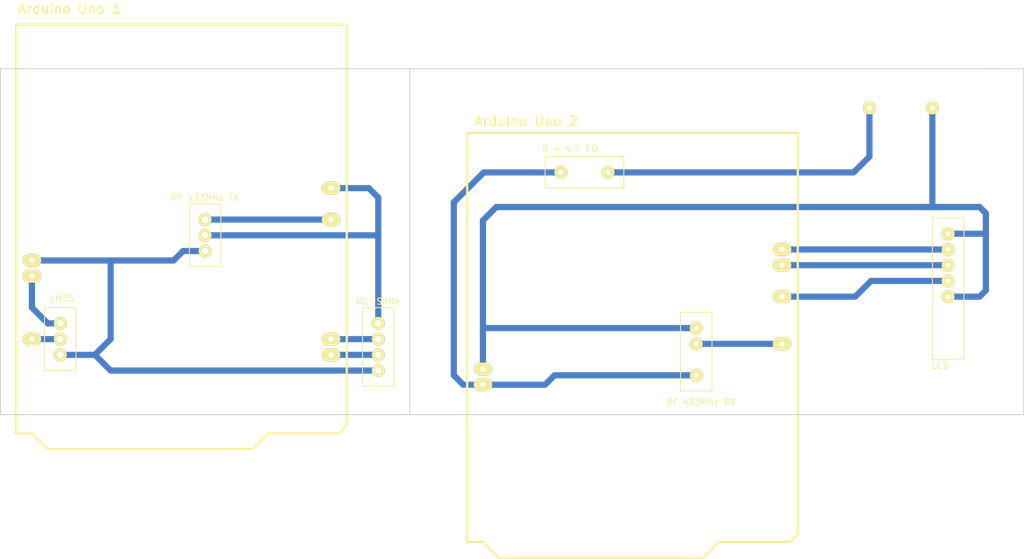
<source format=kicad_pcb>
(kicad_pcb (version 20171130) (host pcbnew "(5.1.2)-1")

  (general
    (thickness 1.6)
    (drawings 6)
    (tracks 57)
    (zones 0)
    (modules 8)
    (nets 1)
  )

  (page A4)
  (layers
    (0 F.Cu signal)
    (31 B.Cu signal)
    (32 B.Adhes user)
    (33 F.Adhes user)
    (34 B.Paste user)
    (35 F.Paste user)
    (36 B.SilkS user)
    (37 F.SilkS user)
    (38 B.Mask user)
    (39 F.Mask user)
    (40 Dwgs.User user)
    (41 Cmts.User user)
    (42 Eco1.User user)
    (43 Eco2.User user)
    (44 Edge.Cuts user)
    (45 Margin user)
    (46 B.CrtYd user)
    (47 F.CrtYd user)
    (48 B.Fab user)
    (49 F.Fab user)
  )

  (setup
    (last_trace_width 1)
    (trace_clearance 0.2)
    (zone_clearance 0.508)
    (zone_45_only no)
    (trace_min 0.2)
    (via_size 0.6)
    (via_drill 0.4)
    (via_min_size 0.4)
    (via_min_drill 0.3)
    (uvia_size 0.3)
    (uvia_drill 0.1)
    (uvias_allowed no)
    (uvia_min_size 0.2)
    (uvia_min_drill 0.1)
    (edge_width 0.15)
    (segment_width 0.2)
    (pcb_text_width 0.3)
    (pcb_text_size 1.5 1.5)
    (mod_edge_width 0.15)
    (mod_text_size 1 1)
    (mod_text_width 0.15)
    (pad_size 2.1 2.1)
    (pad_drill 0.762)
    (pad_to_mask_clearance 0.2)
    (aux_axis_origin 0 0)
    (grid_origin 76.2 124.46)
    (visible_elements 7FFFFFFF)
    (pcbplotparams
      (layerselection 0x00030_80000001)
      (usegerberextensions false)
      (usegerberattributes false)
      (usegerberadvancedattributes false)
      (creategerberjobfile false)
      (excludeedgelayer false)
      (linewidth 0.100000)
      (plotframeref false)
      (viasonmask false)
      (mode 1)
      (useauxorigin false)
      (hpglpennumber 1)
      (hpglpenspeed 20)
      (hpglpendiameter 15.000000)
      (psnegative false)
      (psa4output false)
      (plotreference true)
      (plotvalue true)
      (plotinvisibletext false)
      (padsonsilk false)
      (subtractmaskfromsilk false)
      (outputformat 2)
      (mirror false)
      (drillshape 2)
      (scaleselection 1)
      (outputdirectory ""))
  )

  (net 0 "")

  (net_class Default "Ceci est la Netclass par défaut"
    (clearance 0.2)
    (trace_width 1)
    (via_dia 0.6)
    (via_drill 0.4)
    (uvia_dia 0.3)
    (uvia_drill 0.1)
  )

  (module LCD (layer F.Cu) (tedit 56FD1F3D) (tstamp 56FB3640)
    (at 203.708 105.41 90)
    (fp_text reference LCD (at -1.016 -3.81 180) (layer F.SilkS)
      (effects (font (size 1 1) (thickness 0.15)))
    )
    (fp_text value LCD (at -2.286 -3.81 180) (layer F.Fab)
      (effects (font (size 1 1) (thickness 0.15)))
    )
    (fp_line (start 22.86 -5.08) (end 0 -5.08) (layer F.SilkS) (width 0.15))
    (fp_line (start 0 -5.08) (end 0 0) (layer F.SilkS) (width 0.15))
    (fp_line (start 0 0) (end 22.86 0) (layer F.SilkS) (width 0.15))
    (fp_line (start 22.86 0) (end 22.86 -5.08) (layer F.SilkS) (width 0.15))
    (pad VDD thru_hole circle (at 10.16 -2.54 90) (size 2.1 2.1) (drill 0.762) (layers *.Cu *.Mask F.SilkS))
    (pad VSS thru_hole circle (at 12.7 -2.54 90) (size 2.1 2.1) (drill 0.762) (layers *.Cu *.Mask F.SilkS))
    (pad SDA thru_hole circle (at 15.24 -2.54 90) (size 2.1 2.1) (drill 0.762) (layers *.Cu *.Mask F.SilkS))
    (pad SCL thru_hole circle (at 17.78 -2.54 90) (size 2.1 2.1) (drill 0.762) (layers *.Cu *.Mask F.SilkS))
    (pad RST thru_hole circle (at 20.32 -2.54 90) (size 2.1 2.1) (drill 0.762) (layers *.Cu *.Mask F.SilkS))
    (pad A thru_hole circle (at 40.64 -5.08 90) (size 2.1 2.1) (drill 0.762) (layers *.Cu *.Mask F.SilkS))
    (pad K thru_hole circle (at 40.64 -15.24 90) (size 2.1 2.1) (drill 0.762) (layers *.Cu *.Mask F.SilkS))
  )

  (module "ARDUINO SHIELD" (layer F.Cu) (tedit 56FD1A3F) (tstamp 56FB3464)
    (at 123.571 68.834 270)
    (fp_text reference "Arduino Uno 2" (at -1.905 -9.525) (layer F.SilkS)
      (effects (font (size 1.524 1.524) (thickness 0.3048)))
    )
    (fp_text value "Arduino Uno 2" (at -4.318 -9.525) (layer F.SilkS) hide
      (effects (font (size 1.524 1.524) (thickness 0.3048)))
    )
    (fp_line (start 66.04 -40.64) (end 66.04 -52.07) (layer F.SilkS) (width 0.381))
    (fp_line (start 66.04 -52.07) (end 64.77 -53.34) (layer F.SilkS) (width 0.381))
    (fp_line (start 64.77 -53.34) (end 0 -53.34) (layer F.SilkS) (width 0.381))
    (fp_line (start 66.04 0) (end 0 0) (layer F.SilkS) (width 0.381))
    (fp_line (start 0 0) (end 0 -53.34) (layer F.SilkS) (width 0.381))
    (fp_line (start 66.04 -40.64) (end 68.58 -38.1) (layer F.SilkS) (width 0.381))
    (fp_line (start 68.58 -38.1) (end 68.58 -5.08) (layer F.SilkS) (width 0.381))
    (fp_line (start 68.58 -5.08) (end 66.04 -2.54) (layer F.SilkS) (width 0.381))
    (fp_line (start 66.04 -2.54) (end 66.04 0) (layer F.SilkS) (width 0.381))
    (pad GND1 thru_hole oval (at 40.64 -2.54) (size 3 2.1) (drill 0.8128) (layers *.Cu *.Mask F.SilkS))
    (pad 11 thru_hole oval (at 34.036 -50.8) (size 3 2.1) (drill 0.8128) (layers *.Cu *.Mask F.SilkS))
    (pad SDA thru_hole oval (at 21.336 -50.8) (size 3 2.1) (drill 0.8128) (layers *.Cu *.Mask F.SilkS))
    (pad SCL thru_hole oval (at 18.796 -50.8) (size 3 2.1) (drill 0.8128) (layers *.Cu *.Mask F.SilkS))
    (pad GND3 thru_hole oval (at 26.416 -50.8) (size 3 2.1) (drill 0.8128) (layers *.Cu *.Mask F.SilkS))
    (pad 5V thru_hole oval (at 38.1 -2.54) (size 3 2.1) (drill 0.8128) (layers *.Cu *.Mask F.SilkS))
  )

  (module "4 Pins" (layer F.Cu) (tedit 56FC0614) (tstamp 56FB2F04)
    (at 62.992 114.808 90)
    (fp_text reference LM35 (at 19.304 -4.826 180) (layer F.SilkS)
      (effects (font (size 1 1) (thickness 0.15)))
    )
    (fp_text value LM35 (at 20.828 -4.826 180) (layer F.Fab)
      (effects (font (size 1 1) (thickness 0.15)))
    )
    (fp_line (start 7.62 -2.54) (end 17.78 -2.54) (layer F.SilkS) (width 0.15))
    (fp_line (start 17.78 -7.62) (end 7.62 -7.62) (layer F.SilkS) (width 0.15))
    (fp_line (start 7.62 -7.62) (end 7.62 -2.54) (layer F.SilkS) (width 0.15))
    (fp_line (start 17.78 -2.54) (end 17.78 -7.62) (layer F.SilkS) (width 0.15))
    (pad Vcc thru_hole circle (at 10.16 -5.08 90) (size 2.1 2.1) (drill 1.016) (layers *.Cu *.Mask F.SilkS))
    (pad Vout thru_hole circle (at 12.7 -5.08 90) (size 2.1 2.1) (drill 1.016) (layers *.Cu *.Mask F.SilkS))
    (pad GND thru_hole circle (at 15.24 -5.08 90) (size 2.1 2.1) (drill 1.016) (layers *.Cu *.Mask F.SilkS))
  )

  (module "4 Pins" (layer F.Cu) (tedit 56FC07DA) (tstamp 56FB2EB8)
    (at 86.36 98.044 90)
    (fp_text reference "RF 433MHz TX" (at 18.796 -5.08 180) (layer F.SilkS)
      (effects (font (size 1 1) (thickness 0.15)))
    )
    (fp_text value "RF 433MHz TX" (at 20.32 -5.08 180) (layer F.Fab)
      (effects (font (size 1 1) (thickness 0.15)))
    )
    (fp_line (start 7.62 -2.54) (end 17.78 -2.54) (layer F.SilkS) (width 0.15))
    (fp_line (start 17.78 -7.62) (end 7.62 -7.62) (layer F.SilkS) (width 0.15))
    (fp_line (start 7.62 -7.62) (end 7.62 -2.54) (layer F.SilkS) (width 0.15))
    (fp_line (start 17.78 -2.54) (end 17.78 -7.62) (layer F.SilkS) (width 0.15))
    (pad Vcc thru_hole circle (at 10.16 -5.08 90) (size 2.1 2.1) (drill 1.016) (layers *.Cu *.Mask F.SilkS))
    (pad GND thru_hole circle (at 12.7 -5.08 90) (size 2.1 2.1) (drill 1.016) (layers *.Cu *.Mask F.SilkS))
    (pad DATA thru_hole circle (at 15.24 -5.08 90) (size 2.1 2.1) (drill 1.016) (layers *.Cu *.Mask F.SilkS))
  )

  (module "4 Pins" (layer F.Cu) (tedit 56FB2B54) (tstamp 56FB2DDD)
    (at 114.3 117.348 90)
    (fp_text reference HC-SR04 (at 21.336 -5.08 180) (layer F.SilkS)
      (effects (font (size 1 1) (thickness 0.15)))
    )
    (fp_text value HC-SR04 (at 22.86 -5.08 180) (layer F.Fab)
      (effects (font (size 1 1) (thickness 0.15)))
    )
    (fp_line (start 20.32 -7.62) (end 7.62 -7.62) (layer F.SilkS) (width 0.15))
    (fp_line (start 7.62 -7.62) (end 7.62 -2.54) (layer F.SilkS) (width 0.15))
    (fp_line (start 7.62 -2.54) (end 20.32 -2.54) (layer F.SilkS) (width 0.15))
    (fp_line (start 20.32 -2.54) (end 20.32 -7.62) (layer F.SilkS) (width 0.15))
    (pad Vcc thru_hole circle (at 10.16 -5.08 90) (size 2.1 2.1) (drill 1.016) (layers *.Cu *.Mask F.SilkS))
    (pad Trig thru_hole circle (at 12.7 -5.08 90) (size 2.1 2.1) (drill 1.016) (layers *.Cu *.Mask F.SilkS))
    (pad Echo thru_hole circle (at 15.24 -5.08 90) (size 2.1 2.1) (drill 1.016) (layers *.Cu *.Mask F.SilkS))
    (pad GND thru_hole circle (at 17.78 -5.08 90) (size 2.1 2.1) (drill 1.016) (layers *.Cu *.Mask F.SilkS))
  )

  (module "ARDUINO SHIELD" (layer F.Cu) (tedit 56FC0655) (tstamp 56FB2AF9)
    (at 50.8 51.308 270)
    (fp_text reference "Arduino Uno 1" (at -2.54 -8.636) (layer F.SilkS)
      (effects (font (size 1.524 1.524) (thickness 0.3048)))
    )
    (fp_text value "Arduino Uno 1" (at -5.334 -8.636) (layer F.SilkS) hide
      (effects (font (size 1.524 1.524) (thickness 0.3048)))
    )
    (fp_line (start 66.04 -40.64) (end 66.04 -52.07) (layer F.SilkS) (width 0.381))
    (fp_line (start 66.04 -52.07) (end 64.77 -53.34) (layer F.SilkS) (width 0.381))
    (fp_line (start 64.77 -53.34) (end 0 -53.34) (layer F.SilkS) (width 0.381))
    (fp_line (start 66.04 0) (end 0 0) (layer F.SilkS) (width 0.381))
    (fp_line (start 0 0) (end 0 -53.34) (layer F.SilkS) (width 0.381))
    (fp_line (start 66.04 -40.64) (end 68.58 -38.1) (layer F.SilkS) (width 0.381))
    (fp_line (start 68.58 -38.1) (end 68.58 -5.08) (layer F.SilkS) (width 0.381))
    (fp_line (start 68.58 -5.08) (end 66.04 -2.54) (layer F.SilkS) (width 0.381))
    (fp_line (start 66.04 -2.54) (end 66.04 0) (layer F.SilkS) (width 0.381))
    (pad AD0 thru_hole oval (at 50.8 -2.54) (size 3 2.1) (drill 0.8128) (layers *.Cu *.Mask F.SilkS))
    (pad GND1 thru_hole oval (at 40.64 -2.54) (size 3 2.1) (drill 0.8128) (layers *.Cu *.Mask F.SilkS))
    (pad 4 thru_hole oval (at 53.34 -50.8) (size 3 2.1) (drill 0.8128) (layers *.Cu *.Mask F.SilkS))
    (pad 5 thru_hole oval (at 50.8 -50.8) (size 3 2.1) (drill 0.8128) (layers *.Cu *.Mask F.SilkS))
    (pad 12 thru_hole oval (at 31.496 -50.8) (size 3 2.1) (drill 0.8128) (layers *.Cu *.Mask F.SilkS))
    (pad GND3 thru_hole oval (at 26.416 -50.8) (size 3 2.1) (drill 0.8128) (layers *.Cu *.Mask F.SilkS))
    (pad 5V thru_hole oval (at 38.1 -2.54) (size 3 2.1) (drill 0.8128) (layers *.Cu *.Mask F.SilkS))
  )

  (module "RF 433MHz Receiver" (layer F.Cu) (tedit 56FC0ACE) (tstamp 56FC0C97)
    (at 157.988 97.79 270)
    (fp_text reference "RF 433MHz RX" (at 14.478 -3.302) (layer F.SilkS)
      (effects (font (size 1 1) (thickness 0.15)))
    )
    (fp_text value "RF 433MHz RX" (at 16.256 -3.302) (layer F.Fab)
      (effects (font (size 1 1) (thickness 0.15)))
    )
    (fp_line (start 12.7 -5.08) (end 0 -5.08) (layer F.SilkS) (width 0.15))
    (fp_line (start 0 -5.08) (end 0 0) (layer F.SilkS) (width 0.15))
    (fp_line (start 0 0) (end 12.7 0) (layer F.SilkS) (width 0.15))
    (fp_line (start 12.7 0) (end 12.7 -5.08) (layer F.SilkS) (width 0.15))
    (pad Vcc thru_hole circle (at 2.54 -2.54 270) (size 2.1 2.1) (drill 0.762) (layers *.Cu *.Mask F.SilkS))
    (pad RXD thru_hole circle (at 5.08 -2.54 270) (size 2.1 2.1) (drill 0.762) (layers *.Cu *.Mask F.SilkS))
    (pad GND thru_hole circle (at 10.16 -2.54 270) (size 2.1 2.1) (drill 0.762) (layers *.Cu *.Mask F.SilkS))
  )

  (module "Resistance 4.7 KΩ" (layer F.Cu) (tedit 56FC0A34) (tstamp 56FC09E0)
    (at 136.144 77.724)
    (fp_text reference "R = 4.7 KΩ" (at 4.064 -6.35) (layer F.SilkS)
      (effects (font (size 1 1) (thickness 0.15)))
    )
    (fp_text value "R = 4.7 KΩ" (at 4.064 -8.382) (layer F.Fab)
      (effects (font (size 1 1) (thickness 0.15)))
    )
    (fp_line (start 12.7 -5.08) (end 12.7 0) (layer F.SilkS) (width 0.15))
    (fp_line (start 12.7 0) (end 0 0) (layer F.SilkS) (width 0.15))
    (fp_line (start 0 0) (end 0 -5.08) (layer F.SilkS) (width 0.15))
    (fp_line (start 0 -5.08) (end 12.7 -5.08) (layer F.SilkS) (width 0.15))
    (pad 2 thru_hole circle (at 10.16 -2.54) (size 2.1 2.1) (drill 0.762) (layers *.Cu *.Mask F.SilkS))
    (pad 1 thru_hole circle (at 2.54 -2.54) (size 2.1 2.1) (drill 0.762) (layers *.Cu *.Mask F.SilkS))
  )

  (gr_line (start 114.3 58.42) (end 114.3 114.3) (angle 90) (layer Edge.Cuts) (width 0.15))
  (gr_line (start 213.36 58.42) (end 208.28 58.42) (angle 90) (layer Edge.Cuts) (width 0.15))
  (gr_line (start 213.36 114.3) (end 213.36 58.42) (angle 90) (layer Edge.Cuts) (width 0.15))
  (gr_line (start 48.26 114.3) (end 213.36 114.3) (angle 90) (layer Edge.Cuts) (width 0.15))
  (gr_line (start 48.26 58.42) (end 48.26 114.3) (angle 90) (layer Edge.Cuts) (width 0.15))
  (gr_line (start 208.28 58.42) (end 48.26 58.42) (angle 90) (layer Edge.Cuts) (width 0.15))

  (segment (start 198.628 64.77) (end 198.628 80.772) (width 1) (layer B.Cu) (net 0))
  (segment (start 188.468 64.77) (end 188.468 72.644) (width 1) (layer B.Cu) (net 0))
  (segment (start 188.468 72.644) (end 185.928 75.184) (width 1) (layer B.Cu) (net 0) (tstamp 56FD1A73))
  (segment (start 185.928 75.184) (end 146.304 75.184) (width 1) (layer B.Cu) (net 0) (tstamp 56FD1A77))
  (segment (start 138.684 75.184) (end 126.238 75.184) (width 1) (layer B.Cu) (net 0))
  (segment (start 126.238 75.184) (end 121.412 80.01) (width 1) (layer B.Cu) (net 0) (tstamp 56FD1A7C))
  (segment (start 197.104 80.772) (end 128.27 80.772) (width 1) (layer B.Cu) (net 0))
  (segment (start 128.27 80.772) (end 126.111 82.931) (width 1) (layer B.Cu) (net 0) (tstamp 56FD19BF))
  (segment (start 109.22 107.188) (end 66.04 107.188) (width 1.000001) (layer B.Cu) (net 0))
  (segment (start 66.04 107.188) (end 63.5 104.648) (width 1.000001) (layer B.Cu) (net 0) (tstamp 56FB3013))
  (segment (start 57.912 104.648) (end 63.5 104.648) (width 1.000001) (layer B.Cu) (net 0))
  (segment (start 66.04 102.108) (end 66.04 89.408) (width 1.000001) (layer B.Cu) (net 0) (tstamp 56FB300E))
  (segment (start 63.5 104.648) (end 66.04 102.108) (width 1.000001) (layer B.Cu) (net 0) (tstamp 56FB300D))
  (segment (start 57.912 99.568) (end 55.88 99.568) (width 1.000001) (layer B.Cu) (net 0))
  (segment (start 55.88 99.568) (end 53.34 97.028) (width 1.000001) (layer B.Cu) (net 0) (tstamp 56FB2FFE))
  (segment (start 53.34 97.028) (end 53.34 91.948) (width 1.000001) (layer B.Cu) (net 0) (tstamp 56FB2FFF))
  (segment (start 81.28 87.884) (end 77.724 87.884) (width 1.000001) (layer B.Cu) (net 0))
  (segment (start 77.724 87.884) (end 76.2 89.408) (width 1.000001) (layer B.Cu) (net 0) (tstamp 56FB2FFB))
  (segment (start 76.2 89.408) (end 66.04 89.408) (width 1.000001) (layer B.Cu) (net 0) (tstamp 56FB2FFC))
  (segment (start 66.04 89.408) (end 53.34 89.408) (width 1.000001) (layer B.Cu) (net 0) (tstamp 56FB3011))
  (segment (start 81.28 85.344) (end 109.22 85.344) (width 1.000001) (layer B.Cu) (net 0))
  (segment (start 101.6 77.724) (end 107.696 77.724) (width 1.000001) (layer B.Cu) (net 0))
  (segment (start 107.696 77.724) (end 109.22 79.248) (width 1.000001) (layer B.Cu) (net 0) (tstamp 56FB2FF2))
  (segment (start 109.22 79.248) (end 109.22 85.344) (width 1.000001) (layer B.Cu) (net 0) (tstamp 56FB2FF3))
  (segment (start 109.22 85.344) (end 109.22 99.568) (width 1.000001) (layer B.Cu) (net 0) (tstamp 56FB2FF9))
  (segment (start 81.28 82.804) (end 101.6 82.804) (width 1.000001) (layer B.Cu) (net 0))
  (segment (start 57.912 102.108) (end 53.34 102.108) (width 1.000001) (layer B.Cu) (net 0))
  (segment (start 101.6 104.648) (end 109.22 104.648) (width 1.000001) (layer B.Cu) (net 0))
  (segment (start 109.22 102.108) (end 101.6 102.108) (width 1.000001) (layer B.Cu) (net 0))
  (segment (start 198.12 80.772) (end 197.104 80.772) (width 1) (layer B.Cu) (net 0) (tstamp 56FC0CC8))
  (segment (start 199.644 80.772) (end 198.628 80.772) (width 1) (layer B.Cu) (net 0) (tstamp 56FC0CC7))
  (segment (start 198.628 80.772) (end 198.12 80.772) (width 1) (layer B.Cu) (net 0) (tstamp 56FD19BC))
  (segment (start 200.406 80.772) (end 199.644 80.772) (width 1) (layer B.Cu) (net 0) (tstamp 56FC0CC6))
  (segment (start 126.111 82.931) (end 126.111 106.934) (width 1) (layer B.Cu) (net 0) (tstamp 56FD19C8))
  (segment (start 121.412 80.01) (end 121.412 107.95) (width 1) (layer B.Cu) (net 0) (tstamp 56FD1A86))
  (segment (start 122.936 109.474) (end 126.111 109.474) (width 1) (layer B.Cu) (net 0) (tstamp 56FC0A86))
  (segment (start 121.412 107.95) (end 122.936 109.474) (width 1) (layer B.Cu) (net 0) (tstamp 56FC0A80))
  (segment (start 160.528 100.33) (end 126.238 100.33) (width 1) (layer B.Cu) (net 0))
  (segment (start 160.528 107.95) (end 137.668 107.95) (width 1) (layer B.Cu) (net 0))
  (segment (start 137.668 107.95) (end 136.144 109.474) (width 1) (layer B.Cu) (net 0) (tstamp 56FB38E3))
  (segment (start 136.144 109.474) (end 126.111 109.474) (width 1) (layer B.Cu) (net 0) (tstamp 56FB38E7))
  (segment (start 160.528 102.87) (end 174.371 102.87) (width 1) (layer B.Cu) (net 0))
  (segment (start 207.264 85.09) (end 207.264 81.788) (width 1) (layer B.Cu) (net 0))
  (segment (start 207.264 81.788) (end 206.248 80.772) (width 1) (layer B.Cu) (net 0) (tstamp 56FB3874))
  (segment (start 206.248 80.772) (end 200.406 80.772) (width 1) (layer B.Cu) (net 0) (tstamp 56FB388C))
  (segment (start 200.406 80.772) (end 199.644 80.772) (width 1) (layer B.Cu) (net 0) (tstamp 56FB3894))
  (segment (start 199.644 80.772) (end 198.12 80.772) (width 1) (layer B.Cu) (net 0) (tstamp 56FB389B))
  (segment (start 198.12 80.772) (end 197.104 80.772) (width 1) (layer B.Cu) (net 0) (tstamp 56FB38AA))
  (segment (start 201.168 95.25) (end 206.248 95.25) (width 1) (layer B.Cu) (net 0))
  (segment (start 206.248 95.25) (end 207.264 94.234) (width 1) (layer B.Cu) (net 0) (tstamp 56FB3853))
  (segment (start 207.264 94.234) (end 207.264 85.09) (width 1) (layer B.Cu) (net 0) (tstamp 56FB385B))
  (segment (start 207.264 85.09) (end 201.168 85.09) (width 1) (layer B.Cu) (net 0) (tstamp 56FB3868))
  (segment (start 201.168 92.71) (end 188.722 92.71) (width 1) (layer B.Cu) (net 0))
  (segment (start 188.722 92.71) (end 186.182 95.25) (width 1) (layer B.Cu) (net 0) (tstamp 56FB37FF))
  (segment (start 186.182 95.25) (end 174.371 95.25) (width 1) (layer B.Cu) (net 0) (tstamp 56FB380A))
  (segment (start 174.371 90.17) (end 201.168 90.17) (width 1) (layer B.Cu) (net 0))
  (segment (start 201.168 87.63) (end 174.371 87.63) (width 1) (layer B.Cu) (net 0))

)

</source>
